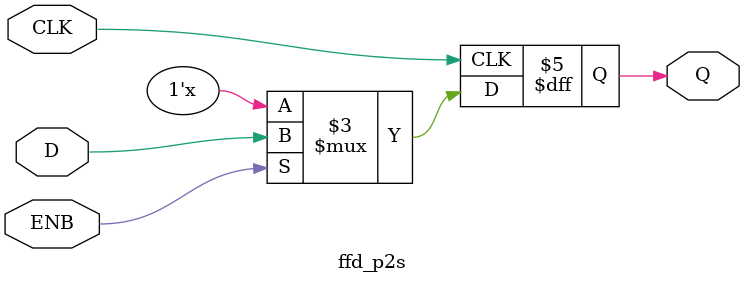
<source format=v>
module ffd_p2s( input CLK,
                input D,
                input ENB,
                output reg Q
  );

  always @ (posedge CLK) begin
    if (ENB) begin
      Q <= D;
    end else begin
      Q <= 1'bz;
      // Q <= Q;
    end
  end

endmodule

</source>
